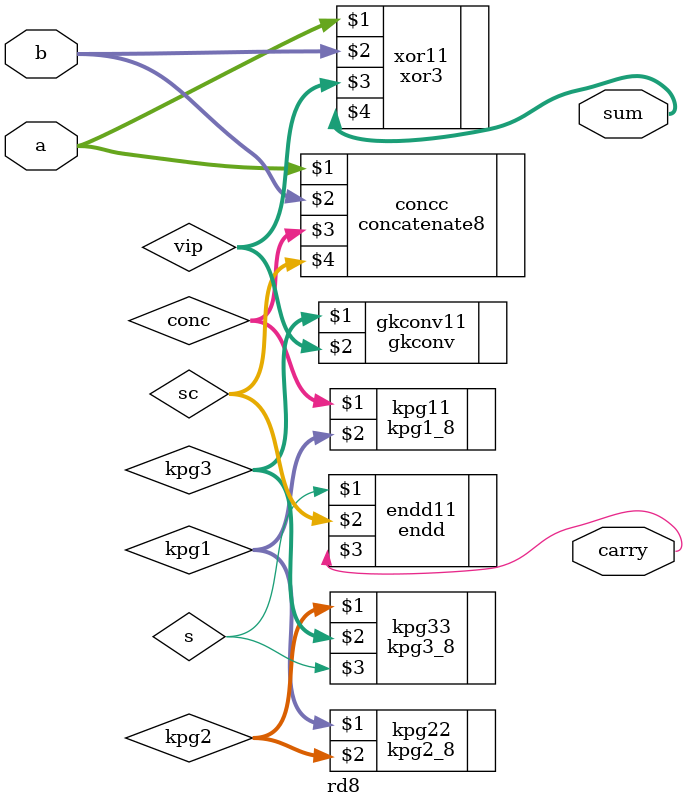
<source format=v>
module rd8(a,b,sum,carry);

input signed[7:0] a,b;
output signed[7:0] sum;
output carry;
wire [15:0] conc,kpg1,kpg2,kpg3;
wire[7:0] vip;
wire[1:0] sc;
wire s;
concatenate8 concc(a,b,conc,sc);   
kpg1_8 kpg11(conc,kpg1);
kpg2_8 kpg22(kpg1,kpg2);
kpg3_8 kpg33(kpg2,kpg3,s);
gkconv gkconv11(kpg3,vip);
xor3 xor11(a,b,vip,sum);
endd endd11(s,sc,carry);
endmodule
</source>
